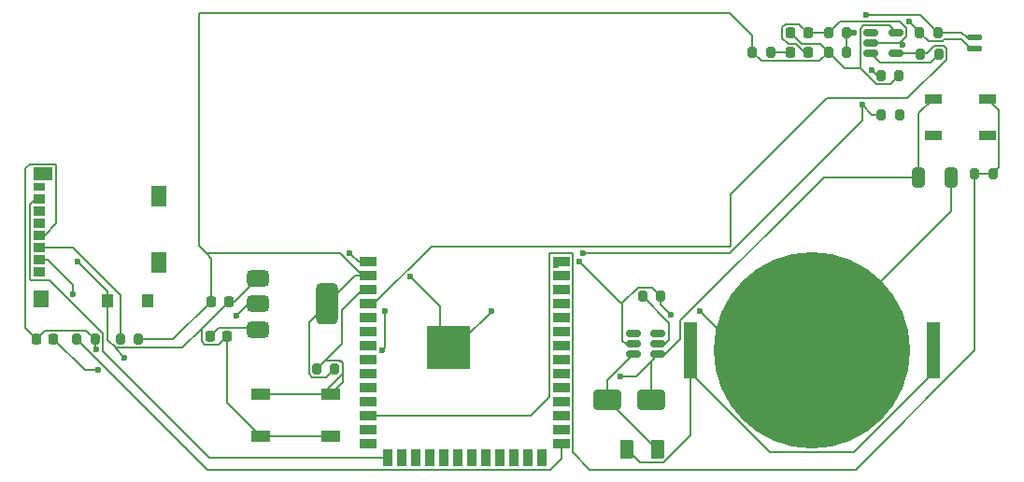
<source format=gbr>
%TF.GenerationSoftware,KiCad,Pcbnew,8.0.6*%
%TF.CreationDate,2025-05-20T21:00:01-04:00*%
%TF.ProjectId,aquasage,61717561-7361-4676-952e-6b696361645f,rev?*%
%TF.SameCoordinates,Original*%
%TF.FileFunction,Copper,L1,Top*%
%TF.FilePolarity,Positive*%
%FSLAX46Y46*%
G04 Gerber Fmt 4.6, Leading zero omitted, Abs format (unit mm)*
G04 Created by KiCad (PCBNEW 8.0.6) date 2025-05-20 21:00:01*
%MOMM*%
%LPD*%
G01*
G04 APERTURE LIST*
G04 Aperture macros list*
%AMRoundRect*
0 Rectangle with rounded corners*
0 $1 Rounding radius*
0 $2 $3 $4 $5 $6 $7 $8 $9 X,Y pos of 4 corners*
0 Add a 4 corners polygon primitive as box body*
4,1,4,$2,$3,$4,$5,$6,$7,$8,$9,$2,$3,0*
0 Add four circle primitives for the rounded corners*
1,1,$1+$1,$2,$3*
1,1,$1+$1,$4,$5*
1,1,$1+$1,$6,$7*
1,1,$1+$1,$8,$9*
0 Add four rect primitives between the rounded corners*
20,1,$1+$1,$2,$3,$4,$5,0*
20,1,$1+$1,$4,$5,$6,$7,0*
20,1,$1+$1,$6,$7,$8,$9,0*
20,1,$1+$1,$8,$9,$2,$3,0*%
G04 Aperture macros list end*
%TA.AperFunction,SMDPad,CuDef*%
%ADD10RoundRect,0.125000X-0.537500X-0.125000X0.537500X-0.125000X0.537500X0.125000X-0.537500X0.125000X0*%
%TD*%
%TA.AperFunction,SMDPad,CuDef*%
%ADD11RoundRect,0.150000X-0.512500X-0.150000X0.512500X-0.150000X0.512500X0.150000X-0.512500X0.150000X0*%
%TD*%
%TA.AperFunction,SMDPad,CuDef*%
%ADD12RoundRect,0.375000X-0.625000X-0.375000X0.625000X-0.375000X0.625000X0.375000X-0.625000X0.375000X0*%
%TD*%
%TA.AperFunction,SMDPad,CuDef*%
%ADD13RoundRect,0.500000X-0.500000X-1.400000X0.500000X-1.400000X0.500000X1.400000X-0.500000X1.400000X0*%
%TD*%
%TA.AperFunction,HeatsinkPad*%
%ADD14C,0.600000*%
%TD*%
%TA.AperFunction,SMDPad,CuDef*%
%ADD15R,3.900000X3.900000*%
%TD*%
%TA.AperFunction,SMDPad,CuDef*%
%ADD16R,1.500000X0.900000*%
%TD*%
%TA.AperFunction,SMDPad,CuDef*%
%ADD17R,0.900000X1.500000*%
%TD*%
%TA.AperFunction,SMDPad,CuDef*%
%ADD18RoundRect,0.200000X-0.200000X-0.275000X0.200000X-0.275000X0.200000X0.275000X-0.200000X0.275000X0*%
%TD*%
%TA.AperFunction,SMDPad,CuDef*%
%ADD19R,1.700000X1.000000*%
%TD*%
%TA.AperFunction,SMDPad,CuDef*%
%ADD20R,1.800000X1.170000*%
%TD*%
%TA.AperFunction,SMDPad,CuDef*%
%ADD21R,1.350000X1.900000*%
%TD*%
%TA.AperFunction,SMDPad,CuDef*%
%ADD22R,1.350000X1.550000*%
%TD*%
%TA.AperFunction,SMDPad,CuDef*%
%ADD23R,1.000000X1.200000*%
%TD*%
%TA.AperFunction,SMDPad,CuDef*%
%ADD24R,1.100000X0.750000*%
%TD*%
%TA.AperFunction,SMDPad,CuDef*%
%ADD25R,1.100000X0.850000*%
%TD*%
%TA.AperFunction,SMDPad,CuDef*%
%ADD26RoundRect,0.250000X-0.375000X-0.625000X0.375000X-0.625000X0.375000X0.625000X-0.375000X0.625000X0*%
%TD*%
%TA.AperFunction,SMDPad,CuDef*%
%ADD27RoundRect,0.250000X-1.000000X-0.650000X1.000000X-0.650000X1.000000X0.650000X-1.000000X0.650000X0*%
%TD*%
%TA.AperFunction,SMDPad,CuDef*%
%ADD28RoundRect,0.090000X-0.660000X-0.360000X0.660000X-0.360000X0.660000X0.360000X-0.660000X0.360000X0*%
%TD*%
%TA.AperFunction,SMDPad,CuDef*%
%ADD29RoundRect,0.218750X-0.218750X-0.256250X0.218750X-0.256250X0.218750X0.256250X-0.218750X0.256250X0*%
%TD*%
%TA.AperFunction,SMDPad,CuDef*%
%ADD30RoundRect,0.225000X-0.225000X-0.250000X0.225000X-0.250000X0.225000X0.250000X-0.225000X0.250000X0*%
%TD*%
%TA.AperFunction,SMDPad,CuDef*%
%ADD31RoundRect,0.250000X-0.325000X-0.650000X0.325000X-0.650000X0.325000X0.650000X-0.325000X0.650000X0*%
%TD*%
%TA.AperFunction,SMDPad,CuDef*%
%ADD32R,1.270000X5.080000*%
%TD*%
%TA.AperFunction,SMDPad,CuDef*%
%ADD33C,17.800000*%
%TD*%
%TA.AperFunction,ViaPad*%
%ADD34C,0.600000*%
%TD*%
%TA.AperFunction,Conductor*%
%ADD35C,0.200000*%
%TD*%
G04 APERTURE END LIST*
D10*
%TO.P,Q1,1,C*%
%TO.N,/+3.3V*%
X144836900Y-28441400D03*
%TO.P,Q1,2,E*%
%TO.N,/TURB_OUT*%
X144836900Y-29441400D03*
%TD*%
D11*
%TO.P,U4,6,STDBY*%
%TO.N,Net-(U4-PROG)*%
X116179600Y-56195000D03*
%TO.P,U4,1,~{CHRG}*%
%TO.N,unconnected-(U4-~{CHRG}-Pad1)*%
X113904600Y-55245000D03*
%TO.P,U4,2,GND*%
%TO.N,GND*%
X113904600Y-56195000D03*
%TO.P,U4,3,BAT*%
%TO.N,/VBAT*%
X113904600Y-57145000D03*
%TO.P,U4,4,V_{CC}*%
%TO.N,VCC*%
X116179600Y-57145000D03*
%TO.P,U4,5,STDBY*%
%TO.N,unconnected-(U4-STDBY-Pad5)*%
X116179600Y-55245000D03*
%TD*%
%TO.P,U3,1,+*%
%TO.N,Net-(U3-+)*%
X135449900Y-27956200D03*
%TO.P,U3,2,V-*%
%TO.N,GND*%
X135449900Y-28906200D03*
%TO.P,U3,3,-*%
%TO.N,/TDS_IN-*%
X135449900Y-29856200D03*
%TO.P,U3,4*%
%TO.N,/TDS_OUT*%
X137724900Y-29856200D03*
%TO.P,U3,5,V+*%
%TO.N,/+3.3V*%
X137724900Y-27956200D03*
%TD*%
D12*
%TO.P,U2,1,GND*%
%TO.N,GND*%
X79907600Y-50278000D03*
%TO.P,U2,2,VO*%
%TO.N,/+3.3V*%
X79907600Y-52578000D03*
D13*
X86207600Y-52578000D03*
D12*
%TO.P,U2,3,VI*%
%TO.N,VCC*%
X79907600Y-54878000D03*
%TD*%
D14*
%TO.P,U1,41,GND*%
%TO.N,GND*%
X98541200Y-57188000D03*
X98541200Y-55788000D03*
X97841200Y-57888000D03*
X97841200Y-56488000D03*
X97841200Y-55088000D03*
X97141200Y-57188000D03*
D15*
X97141200Y-56488000D03*
D14*
X97141200Y-55788000D03*
X96441200Y-57888000D03*
X96441200Y-56488000D03*
X96441200Y-55088000D03*
X95741200Y-57188000D03*
X95741200Y-55788000D03*
D16*
%TO.P,U1,40,GND*%
X107391200Y-48768000D03*
%TO.P,U1,39,IO1*%
%TO.N,/SD_CLK*%
X107391200Y-50038000D03*
%TO.P,U1,38,IO2*%
%TO.N,/SD_MOSI*%
X107391200Y-51308000D03*
%TO.P,U1,37,TXD0*%
%TO.N,unconnected-(U1-TXD0-Pad37)*%
X107391200Y-52578000D03*
%TO.P,U1,36,RXD0*%
%TO.N,unconnected-(U1-RXD0-Pad36)*%
X107391200Y-53848000D03*
%TO.P,U1,35,IO42*%
%TO.N,unconnected-(U1-IO42-Pad35)*%
X107391200Y-55118000D03*
%TO.P,U1,34,IO41*%
%TO.N,unconnected-(U1-IO41-Pad34)*%
X107391200Y-56388000D03*
%TO.P,U1,33,IO40*%
%TO.N,unconnected-(U1-IO40-Pad33)*%
X107391200Y-57658000D03*
%TO.P,U1,32,IO39*%
%TO.N,unconnected-(U1-IO39-Pad32)*%
X107391200Y-58928000D03*
%TO.P,U1,31,IO38*%
%TO.N,unconnected-(U1-IO38-Pad31)*%
X107391200Y-60198000D03*
%TO.P,U1,30,IO37*%
%TO.N,unconnected-(U1-IO37-Pad30)*%
X107391200Y-61468000D03*
%TO.P,U1,29,IO36*%
%TO.N,unconnected-(U1-IO36-Pad29)*%
X107391200Y-62738000D03*
%TO.P,U1,28,IO35*%
%TO.N,unconnected-(U1-IO35-Pad28)*%
X107391200Y-64008000D03*
%TO.P,U1,27,IO0*%
%TO.N,/SD_CS*%
X107391200Y-65278000D03*
D17*
%TO.P,U1,26,IO45*%
%TO.N,unconnected-(U1-IO45-Pad26)*%
X105626200Y-66528000D03*
%TO.P,U1,25,IO48*%
%TO.N,unconnected-(U1-IO48-Pad25)*%
X104356200Y-66528000D03*
%TO.P,U1,24,IO47*%
%TO.N,unconnected-(U1-IO47-Pad24)*%
X103086200Y-66528000D03*
%TO.P,U1,23,IO21*%
%TO.N,unconnected-(U1-IO21-Pad23)*%
X101816200Y-66528000D03*
%TO.P,U1,22,IO14*%
%TO.N,unconnected-(U1-IO14-Pad22)*%
X100546200Y-66528000D03*
%TO.P,U1,21,IO13*%
%TO.N,unconnected-(U1-IO13-Pad21)*%
X99276200Y-66528000D03*
%TO.P,U1,20,IO12*%
%TO.N,unconnected-(U1-IO12-Pad20)*%
X98006200Y-66528000D03*
%TO.P,U1,19,IO11*%
%TO.N,unconnected-(U1-IO11-Pad19)*%
X96736200Y-66528000D03*
%TO.P,U1,18,IO10*%
%TO.N,unconnected-(U1-IO10-Pad18)*%
X95466200Y-66528000D03*
%TO.P,U1,17,IO9*%
%TO.N,unconnected-(U1-IO9-Pad17)*%
X94196200Y-66528000D03*
%TO.P,U1,16,IO46*%
%TO.N,unconnected-(U1-IO46-Pad16)*%
X92926200Y-66528000D03*
%TO.P,U1,15,IO3*%
%TO.N,/SD_MISO*%
X91656200Y-66528000D03*
D16*
%TO.P,U1,14,IO20*%
%TO.N,unconnected-(U1-IO20-Pad14)*%
X89891200Y-65278000D03*
%TO.P,U1,13,IO19*%
%TO.N,unconnected-(U1-IO19-Pad13)*%
X89891200Y-64008000D03*
%TO.P,U1,12,IO8*%
%TO.N,/LED_DATA*%
X89891200Y-62738000D03*
%TO.P,U1,11,IO18*%
%TO.N,unconnected-(U1-IO18-Pad11)*%
X89891200Y-61468000D03*
%TO.P,U1,10,IO17*%
%TO.N,unconnected-(U1-IO17-Pad10)*%
X89891200Y-60198000D03*
%TO.P,U1,9,IO16*%
%TO.N,unconnected-(U1-IO16-Pad9)*%
X89891200Y-58928000D03*
%TO.P,U1,8,IO15*%
%TO.N,unconnected-(U1-IO15-Pad8)*%
X89891200Y-57658000D03*
%TO.P,U1,7,IO7*%
%TO.N,unconnected-(U1-IO7-Pad7)*%
X89891200Y-56388000D03*
%TO.P,U1,6,IO6*%
%TO.N,/THERM_OUT*%
X89891200Y-55118000D03*
%TO.P,U1,5,IO5*%
%TO.N,/TURB_OUT*%
X89891200Y-53848000D03*
%TO.P,U1,4,IO4*%
%TO.N,/TDS_OUT*%
X89891200Y-52578000D03*
%TO.P,U1,3,EN*%
%TO.N,/ESP_EN*%
X89891200Y-51308000D03*
%TO.P,U1,2,3V3*%
%TO.N,/+3.3V*%
X89891200Y-50038000D03*
%TO.P,U1,1,GND*%
%TO.N,GND*%
X89891200Y-48768000D03*
%TD*%
D18*
%TO.P,TH1,1*%
%TO.N,/THERM_OUT*%
X136397400Y-35459400D03*
%TO.P,TH1,2*%
%TO.N,GND*%
X138047400Y-35459400D03*
%TD*%
D19*
%TO.P,SW1,2,2*%
%TO.N,GND*%
X86487000Y-64582200D03*
X80187000Y-64582200D03*
%TO.P,SW1,1,1*%
%TO.N,/ESP_EN*%
X86487000Y-60782200D03*
X80187000Y-60782200D03*
%TD*%
D18*
%TO.P,R11,1*%
%TO.N,Net-(U4-PROG)*%
X114757200Y-51866800D03*
%TO.P,R11,2*%
%TO.N,GND*%
X116407200Y-51866800D03*
%TD*%
%TO.P,R10,1*%
%TO.N,/+3.3V*%
X124726600Y-29744400D03*
%TO.P,R10,2*%
%TO.N,Net-(D1-K)*%
X126376600Y-29744400D03*
%TD*%
%TO.P,R9,1*%
%TO.N,GND*%
X131622200Y-27991800D03*
%TO.P,R9,2*%
%TO.N,Net-(U3-+)*%
X133272200Y-27991800D03*
%TD*%
%TO.P,R8,1*%
%TO.N,/SD_MOSI*%
X67444800Y-55793000D03*
%TO.P,R8,2*%
%TO.N,/+3.3V*%
X69094800Y-55793000D03*
%TD*%
%TO.P,R7,1*%
%TO.N,/SD_CS*%
X63520000Y-55793000D03*
%TO.P,R7,2*%
%TO.N,/+3.3V*%
X65170000Y-55793000D03*
%TD*%
%TO.P,R6,1*%
%TO.N,/LED_DATA*%
X144869400Y-40741600D03*
%TO.P,R6,2*%
X146519400Y-40741600D03*
%TD*%
%TO.P,R5,1*%
%TO.N,/TURB_OUT*%
X139889400Y-27966400D03*
%TO.P,R5,2*%
%TO.N,/+3.3V*%
X141539400Y-27966400D03*
%TD*%
%TO.P,R4,2*%
%TO.N,/+3.3V*%
X138022000Y-31878000D03*
%TO.P,R4,1*%
%TO.N,/THERM_OUT*%
X136372000Y-31878000D03*
%TD*%
%TO.P,R3,1*%
%TO.N,/+3.3V*%
X131622200Y-29744400D03*
%TO.P,R3,2*%
%TO.N,Net-(U3-+)*%
X133272200Y-29744400D03*
%TD*%
%TO.P,R2,2*%
%TO.N,/TDS_IN-*%
X141603400Y-29947600D03*
%TO.P,R2,1*%
%TO.N,/TDS_OUT*%
X139953400Y-29947600D03*
%TD*%
%TO.P,R1,1*%
%TO.N,/ESP_EN*%
X85243400Y-58445400D03*
%TO.P,R1,2*%
%TO.N,/+3.3V*%
X86893400Y-58445400D03*
%TD*%
D20*
%TO.P,J1,11*%
%TO.N,N/C*%
X60452000Y-40792400D03*
D21*
X70927000Y-42817400D03*
X70927000Y-48787400D03*
D22*
X60227000Y-52112400D03*
D23*
%TO.P,J1,10*%
X69952000Y-52287400D03*
%TO.P,J1,9,SHIELD*%
%TO.N,GND*%
X66252000Y-52287400D03*
D24*
%TO.P,J1,8,DAT1*%
%TO.N,unconnected-(J1-DAT1-Pad8)*%
X60102000Y-42002400D03*
D25*
%TO.P,J1,7,DAT0*%
%TO.N,/SD_MISO*%
X60102000Y-43052400D03*
%TO.P,J1,6,VSS*%
%TO.N,GND*%
X60102000Y-44152400D03*
%TO.P,J1,5,CLK*%
%TO.N,/SD_CLK*%
X60102000Y-45252400D03*
%TO.P,J1,4,VDD*%
%TO.N,/+3.3V*%
X60102000Y-46352400D03*
%TO.P,J1,3,CMD*%
%TO.N,/SD_MOSI*%
X60102000Y-47452400D03*
%TO.P,J1,2,DAT3/CD*%
%TO.N,/SD_CS*%
X60102000Y-48552400D03*
%TO.P,J1,1,DAT2*%
%TO.N,unconnected-(J1-DAT2-Pad1)*%
X60102000Y-49652400D03*
%TD*%
D26*
%TO.P,F1,1*%
%TO.N,/VBAT_RAW*%
X113328800Y-65735200D03*
%TO.P,F1,2*%
%TO.N,/VBAT*%
X116128800Y-65735200D03*
%TD*%
D27*
%TO.P,D3,1,K*%
%TO.N,/VBAT*%
X111563400Y-61264800D03*
%TO.P,D3,2,A*%
%TO.N,VCC*%
X115563400Y-61264800D03*
%TD*%
D28*
%TO.P,D2,1,VDD*%
%TO.N,VCC*%
X141110800Y-33986200D03*
%TO.P,D2,2,DOUT*%
%TO.N,unconnected-(D2-DOUT-Pad2)*%
X141110800Y-37286200D03*
%TO.P,D2,3,VSS*%
%TO.N,GND*%
X146010800Y-37286200D03*
%TO.P,D2,4,DIN*%
%TO.N,/LED_DATA*%
X146010800Y-33986200D03*
%TD*%
D29*
%TO.P,D1,1,K*%
%TO.N,Net-(D1-K)*%
X128206400Y-29769800D03*
%TO.P,D1,2,A*%
%TO.N,GND*%
X129781400Y-29769800D03*
%TD*%
D30*
%TO.P,C6,1*%
%TO.N,/+3.3V*%
X59849400Y-55742200D03*
%TO.P,C6,2*%
%TO.N,GND*%
X61399400Y-55742200D03*
%TD*%
D31*
%TO.P,C5,1*%
%TO.N,VCC*%
X139799800Y-41122600D03*
%TO.P,C5,2*%
%TO.N,GND*%
X142749800Y-41122600D03*
%TD*%
D30*
%TO.P,C3,1*%
%TO.N,/+3.3V*%
X128192400Y-27966400D03*
%TO.P,C3,2*%
%TO.N,GND*%
X129742400Y-27966400D03*
%TD*%
%TO.P,C2,1*%
%TO.N,/+3.3V*%
X75716800Y-52374800D03*
%TO.P,C2,2*%
%TO.N,GND*%
X77266800Y-52374800D03*
%TD*%
%TO.P,C1,1*%
%TO.N,VCC*%
X75602800Y-55499000D03*
%TO.P,C1,2*%
%TO.N,GND*%
X77152800Y-55499000D03*
%TD*%
D32*
%TO.P,BT1,1,+*%
%TO.N,/VBAT_RAW*%
X119139200Y-56794400D03*
X141109200Y-56794400D03*
D33*
%TO.P,BT1,2,-*%
%TO.N,GND*%
X130124200Y-56794400D03*
%TD*%
D34*
%TO.N,/+3.3V*%
X65270000Y-56694472D03*
X69094800Y-55793000D03*
%TO.N,GND*%
X67843400Y-57480200D03*
X65440635Y-58562165D03*
%TO.N,/SD_CS*%
X63520000Y-55793000D03*
X63149565Y-51683835D03*
%TO.N,GND*%
X60102000Y-44152400D03*
X63592835Y-48776765D03*
%TO.N,/+3.3V*%
X75716800Y-52374800D03*
X77978000Y-53644800D03*
%TO.N,GND*%
X79907600Y-50278000D03*
X88239782Y-47978000D03*
X89891200Y-48768000D03*
X93729765Y-50117965D03*
X101034800Y-53248000D03*
X106941200Y-49087998D03*
%TO.N,/SD_MOSI*%
X91141202Y-56781300D03*
X67444800Y-55793000D03*
X106941200Y-51282600D03*
X91389200Y-53248000D03*
%TO.N,GND*%
X109041200Y-48742600D03*
X107391200Y-48768000D03*
%TO.N,VCC*%
X79907600Y-54878000D03*
X112733365Y-59164765D03*
%TO.N,GND*%
X119956665Y-53205465D03*
X117324041Y-53585111D03*
%TO.N,/THERM_OUT*%
X89891200Y-55118000D03*
X109372400Y-47978000D03*
%TO.N,GND*%
X142749800Y-41122600D03*
X146010800Y-37286200D03*
%TO.N,/THERM_OUT*%
X134656746Y-34555346D03*
X135514165Y-31389235D03*
%TO.N,GND*%
X138047400Y-35459400D03*
X138355128Y-29066883D03*
%TO.N,/TURB_OUT*%
X89891200Y-53848000D03*
X138955128Y-26956200D03*
%TO.N,/+3.3V*%
X137724900Y-27956200D03*
X135001000Y-26356200D03*
%TO.N,Net-(U3-+)*%
X135449900Y-27956200D03*
X133887400Y-27990800D03*
%TO.N,/SD_CLK*%
X106941200Y-49987200D03*
X60102000Y-45252400D03*
%TD*%
D35*
%TO.N,/TURB_OUT*%
X144524400Y-29441400D02*
X144836900Y-29441400D01*
X143699400Y-28616400D02*
X144524400Y-29441400D01*
%TO.N,/+3.3V*%
X144174400Y-28441400D02*
X144836900Y-28441400D01*
X143699400Y-27966400D02*
X144174400Y-28441400D01*
X65170000Y-56594472D02*
X65270000Y-56694472D01*
X65170000Y-55793000D02*
X65170000Y-56594472D01*
%TO.N,GND*%
X67007400Y-56644200D02*
X67007400Y-56568000D01*
X67843400Y-57480200D02*
X67007400Y-56644200D01*
X64219365Y-58562165D02*
X65440635Y-58562165D01*
X61399400Y-55742200D02*
X64219365Y-58562165D01*
%TO.N,/+3.3V*%
X64344200Y-54967200D02*
X65170000Y-55793000D01*
X60624400Y-54967200D02*
X64344200Y-54967200D01*
X59849400Y-55742200D02*
X60624400Y-54967200D01*
%TO.N,/SD_CS*%
X63149565Y-50849965D02*
X63149565Y-51683835D01*
X60102000Y-48552400D02*
X60852000Y-48552400D01*
X60852000Y-48552400D02*
X63149565Y-50849965D01*
%TO.N,/+3.3V*%
X60577000Y-46352400D02*
X60102000Y-46352400D01*
X61652000Y-39907400D02*
X61652000Y-45277400D01*
X59252000Y-39907400D02*
X61652000Y-39907400D01*
X58852000Y-40307400D02*
X59252000Y-39907400D01*
X61652000Y-45277400D02*
X60577000Y-46352400D01*
X58852000Y-54744800D02*
X58852000Y-40307400D01*
X59849400Y-55742200D02*
X58852000Y-54744800D01*
%TO.N,GND*%
X66252000Y-51435930D02*
X63592835Y-48776765D01*
X66252000Y-52287400D02*
X66252000Y-51435930D01*
%TO.N,/SD_MOSI*%
X63117000Y-47452400D02*
X60102000Y-47452400D01*
X67444800Y-51780200D02*
X63117000Y-47452400D01*
X67444800Y-55793000D02*
X67444800Y-51780200D01*
%TO.N,GND*%
X66270000Y-52305400D02*
X66252000Y-52287400D01*
X67007400Y-56568000D02*
X66270000Y-55830600D01*
X73073600Y-56568000D02*
X67007400Y-56568000D01*
X74803000Y-54838600D02*
X73073600Y-56568000D01*
X66270000Y-55830600D02*
X66270000Y-52305400D01*
%TO.N,/+3.3V*%
X72223000Y-55793000D02*
X69094800Y-55793000D01*
X75641200Y-52374800D02*
X72223000Y-55793000D01*
X75716800Y-52374800D02*
X75641200Y-52374800D01*
X79044800Y-52578000D02*
X77978000Y-53644800D01*
X79907600Y-52578000D02*
X79044800Y-52578000D01*
X75716800Y-48495022D02*
X75239778Y-48018000D01*
X75716800Y-52374800D02*
X75716800Y-48495022D01*
%TO.N,GND*%
X77810800Y-52374800D02*
X79907600Y-50278000D01*
X77266800Y-52374800D02*
X77810800Y-52374800D01*
X74803000Y-55956200D02*
X74803000Y-54838600D01*
X74803000Y-54838600D02*
X77266800Y-52374800D01*
X76377800Y-56274000D02*
X75120800Y-56274000D01*
X77152800Y-55499000D02*
X76377800Y-56274000D01*
X75120800Y-56274000D02*
X74803000Y-55956200D01*
%TO.N,VCC*%
X79384800Y-54724000D02*
X76377800Y-54724000D01*
X76377800Y-54724000D02*
X75602800Y-55499000D01*
X79538800Y-54878000D02*
X79384800Y-54724000D01*
X79907600Y-54878000D02*
X79538800Y-54878000D01*
%TO.N,GND*%
X77152800Y-61548000D02*
X77152800Y-55499000D01*
X80187000Y-64582200D02*
X77152800Y-61548000D01*
X80187000Y-64582200D02*
X86487000Y-64582200D01*
%TO.N,/ESP_EN*%
X86018400Y-57670400D02*
X85243400Y-58445400D01*
X87306048Y-57670400D02*
X86018400Y-57670400D01*
X87593400Y-57957752D02*
X87306048Y-57670400D01*
X87593400Y-58933048D02*
X87593400Y-57957752D01*
X85744248Y-60782200D02*
X87593400Y-58933048D01*
X80187000Y-60782200D02*
X85744248Y-60782200D01*
X87363000Y-57670400D02*
X86018400Y-57670400D01*
X87593400Y-59675800D02*
X87593400Y-57900800D01*
X86487000Y-60782200D02*
X87593400Y-59675800D01*
X87593400Y-57900800D02*
X87363000Y-57670400D01*
%TO.N,/+3.3V*%
X84830752Y-59220400D02*
X86118400Y-59220400D01*
X84543400Y-58933048D02*
X84830752Y-59220400D01*
X84543400Y-54242200D02*
X84543400Y-58933048D01*
X86118400Y-59220400D02*
X86893400Y-58445400D01*
X86207600Y-52578000D02*
X84543400Y-54242200D01*
%TO.N,GND*%
X89029782Y-48768000D02*
X88239782Y-47978000D01*
X89891200Y-48768000D02*
X89029782Y-48768000D01*
%TO.N,/+3.3V*%
X88747600Y-50038000D02*
X86207600Y-52578000D01*
X89891200Y-50038000D02*
X88747600Y-50038000D01*
%TO.N,/ESP_EN*%
X87507600Y-53161600D02*
X87507600Y-56181200D01*
X89361200Y-51308000D02*
X87507600Y-53161600D01*
X89891200Y-51308000D02*
X89361200Y-51308000D01*
X87507600Y-56181200D02*
X85243400Y-58445400D01*
%TO.N,/SD_MISO*%
X59797600Y-43052400D02*
X60102000Y-43052400D01*
X59252000Y-43598000D02*
X59797600Y-43052400D01*
X59293600Y-50419000D02*
X59252000Y-50377400D01*
X61036200Y-50419000D02*
X59293600Y-50419000D01*
X65870000Y-55252800D02*
X61036200Y-50419000D01*
X65870000Y-56855352D02*
X65870000Y-55252800D01*
X75542648Y-66528000D02*
X65870000Y-56855352D01*
X59252000Y-50377400D02*
X59252000Y-43598000D01*
X91656200Y-66528000D02*
X75542648Y-66528000D01*
%TO.N,/SD_CS*%
X75305000Y-67578000D02*
X63520000Y-55793000D01*
X106376200Y-67578000D02*
X75305000Y-67578000D01*
X107391200Y-65278000D02*
X107391200Y-66563000D01*
X107391200Y-66563000D02*
X106376200Y-67578000D01*
%TO.N,GND*%
X96441200Y-52829400D02*
X93729765Y-50117965D01*
X96441200Y-55088000D02*
X96441200Y-52829400D01*
X101034800Y-53248000D02*
X101034800Y-53294400D01*
X101034800Y-53294400D02*
X98541200Y-55788000D01*
X107261198Y-48768000D02*
X106941200Y-49087998D01*
X107391200Y-48768000D02*
X107261198Y-48768000D01*
%TO.N,/SD_MOSI*%
X91389200Y-56533302D02*
X91141202Y-56781300D01*
X91389200Y-53248000D02*
X91389200Y-56533302D01*
X106966600Y-51308000D02*
X106941200Y-51282600D01*
X107391200Y-51308000D02*
X106966600Y-51308000D01*
%TO.N,GND*%
X112792852Y-52494252D02*
X109041200Y-48742600D01*
X112942100Y-52494252D02*
X112792852Y-52494252D01*
%TO.N,VCC*%
X114159835Y-59164765D02*
X112733365Y-59164765D01*
X115563400Y-57761200D02*
X114159835Y-59164765D01*
%TO.N,GND*%
X123545600Y-56794400D02*
X119956665Y-53205465D01*
X116407200Y-52668270D02*
X116407200Y-51866800D01*
X130124200Y-56794400D02*
X123545600Y-56794400D01*
X117324041Y-53585111D02*
X116407200Y-52668270D01*
%TO.N,/THERM_OUT*%
X122648308Y-47978000D02*
X109372400Y-47978000D01*
X134656746Y-35969562D02*
X122648308Y-47978000D01*
X134656746Y-34555346D02*
X134656746Y-35969562D01*
%TO.N,/+3.3V*%
X89361200Y-50038000D02*
X89891200Y-50038000D01*
X87341200Y-48018000D02*
X89361200Y-50038000D01*
X75239778Y-48018000D02*
X87341200Y-48018000D01*
X74541200Y-47319422D02*
X75239778Y-48018000D01*
X74541200Y-26236578D02*
X74541200Y-47319422D01*
X74599778Y-26178000D02*
X74541200Y-26236578D01*
X122682622Y-26178000D02*
X74599778Y-26178000D01*
X124726600Y-28221978D02*
X122682622Y-26178000D01*
X124726600Y-29744400D02*
X124726600Y-28221978D01*
%TO.N,/TDS_OUT*%
X90421200Y-52578000D02*
X89891200Y-52578000D01*
X95621200Y-47378000D02*
X90421200Y-52578000D01*
X122682622Y-47378000D02*
X95621200Y-47378000D01*
X122741200Y-47319422D02*
X122682622Y-47378000D01*
X122741200Y-42663600D02*
X122741200Y-47319422D01*
X138783302Y-33955346D02*
X131449454Y-33955346D01*
X142303400Y-30435248D02*
X138783302Y-33955346D01*
X142303400Y-29459952D02*
X142303400Y-30435248D01*
X131449454Y-33955346D02*
X122741200Y-42663600D01*
X142016048Y-29172600D02*
X142303400Y-29459952D01*
X141190752Y-29172600D02*
X142016048Y-29172600D01*
X140507152Y-29856200D02*
X141190752Y-29172600D01*
X137724900Y-29856200D02*
X140507152Y-29856200D01*
X137724900Y-29856200D02*
X139862000Y-29856200D01*
X139862000Y-29856200D02*
X139953400Y-29947600D01*
%TO.N,/LED_DATA*%
X104641200Y-62738000D02*
X89891200Y-62738000D01*
X106341200Y-61038000D02*
X104641200Y-62738000D01*
X106341200Y-48018000D02*
X106341200Y-61038000D01*
X108441200Y-66028000D02*
X108441200Y-48018000D01*
X109991200Y-67578000D02*
X108441200Y-66028000D01*
X134100600Y-67578000D02*
X109991200Y-67578000D01*
X144869400Y-56809200D02*
X134100600Y-67578000D01*
X108441200Y-48018000D02*
X106341200Y-48018000D01*
X144869400Y-40741600D02*
X144869400Y-56809200D01*
%TO.N,VCC*%
X131191000Y-41122600D02*
X139799800Y-41122600D01*
X118204200Y-54109400D02*
X131191000Y-41122600D01*
X118204200Y-55782899D02*
X118204200Y-54109400D01*
X116179600Y-57145000D02*
X116842099Y-57145000D01*
X116842099Y-57145000D02*
X118204200Y-55782899D01*
%TO.N,GND*%
X115632200Y-51091800D02*
X116407200Y-51866800D01*
X112942100Y-52494252D02*
X114344552Y-51091800D01*
X114344552Y-51091800D02*
X115632200Y-51091800D01*
X112942100Y-55894999D02*
X112942100Y-52494252D01*
X113904600Y-56195000D02*
X113242101Y-56195000D01*
X113242101Y-56195000D02*
X112942100Y-55894999D01*
%TO.N,Net-(U4-PROG)*%
X117195600Y-55841499D02*
X117195600Y-54305200D01*
X117195600Y-54305200D02*
X114757200Y-51866800D01*
X116179600Y-56195000D02*
X116842099Y-56195000D01*
X116842099Y-56195000D02*
X117195600Y-55841499D01*
%TO.N,VCC*%
X115563400Y-57761200D02*
X116179600Y-57145000D01*
X115563400Y-61264800D02*
X115563400Y-57761200D01*
%TO.N,/VBAT*%
X111563400Y-59486200D02*
X113904600Y-57145000D01*
X111563400Y-61264800D02*
X111563400Y-59486200D01*
X116033800Y-65735200D02*
X111563400Y-61264800D01*
X116128800Y-65735200D02*
X116033800Y-65735200D01*
%TO.N,/VBAT_RAW*%
X114573400Y-66979800D02*
X113328800Y-65735200D01*
X116668944Y-66979800D02*
X114573400Y-66979800D01*
X119139200Y-64509544D02*
X116668944Y-66979800D01*
X119139200Y-56794400D02*
X119139200Y-64509544D01*
X119139200Y-58820165D02*
X119139200Y-56794400D01*
X133934965Y-65994400D02*
X126313435Y-65994400D01*
X126313435Y-65994400D02*
X119139200Y-58820165D01*
X141109200Y-56794400D02*
X141109200Y-58820165D01*
X141109200Y-58820165D02*
X133934965Y-65994400D01*
%TO.N,GND*%
X142749800Y-44168800D02*
X130124200Y-56794400D01*
X142749800Y-41122600D02*
X142749800Y-44168800D01*
%TO.N,VCC*%
X139799800Y-35297200D02*
X139799800Y-41122600D01*
X141110800Y-33986200D02*
X139799800Y-35297200D01*
%TO.N,/LED_DATA*%
X146519400Y-40741600D02*
X144869400Y-40741600D01*
X147060800Y-40200200D02*
X146519400Y-40741600D01*
X147060800Y-35036200D02*
X147060800Y-40200200D01*
X146010800Y-33986200D02*
X147060800Y-35036200D01*
%TO.N,/THERM_OUT*%
X135560800Y-35459400D02*
X136397400Y-35459400D01*
X134656746Y-34555346D02*
X135560800Y-35459400D01*
X136002930Y-31878000D02*
X135514165Y-31389235D01*
X136372000Y-31878000D02*
X136002930Y-31878000D01*
%TO.N,GND*%
X138194445Y-28906200D02*
X138355128Y-29066883D01*
X138077952Y-28906200D02*
X138194445Y-28906200D01*
%TO.N,/TURB_OUT*%
X139889400Y-27890472D02*
X138955128Y-26956200D01*
X139889400Y-27966400D02*
X139889400Y-27890472D01*
%TO.N,/+3.3V*%
X139929200Y-26356200D02*
X135001000Y-26356200D01*
X141539400Y-27966400D02*
X139929200Y-26356200D01*
%TO.N,Net-(U3-+)*%
X133886400Y-27991800D02*
X133887400Y-27990800D01*
X133272200Y-27991800D02*
X133886400Y-27991800D01*
%TO.N,/+3.3V*%
X133088800Y-31211000D02*
X134487400Y-31211000D01*
X131622200Y-29744400D02*
X133088800Y-31211000D01*
X130821800Y-30544800D02*
X125527000Y-30544800D01*
X131622200Y-29744400D02*
X130821800Y-30544800D01*
X125527000Y-30544800D02*
X124726600Y-29744400D01*
%TO.N,Net-(D1-K)*%
X126402000Y-29769800D02*
X126376600Y-29744400D01*
X128206400Y-29769800D02*
X126402000Y-29769800D01*
%TO.N,GND*%
X128655114Y-28994800D02*
X129430114Y-29769800D01*
X127431800Y-28461400D02*
X127965200Y-28994800D01*
X129430114Y-29769800D02*
X129781400Y-29769800D01*
X127431800Y-27482800D02*
X127431800Y-28461400D01*
X128967400Y-27191400D02*
X127723200Y-27191400D01*
X127723200Y-27191400D02*
X127431800Y-27482800D01*
X129742400Y-27966400D02*
X128967400Y-27191400D01*
X127965200Y-28994800D02*
X128655114Y-28994800D01*
X129767800Y-27991800D02*
X129742400Y-27966400D01*
X131622200Y-27991800D02*
X129767800Y-27991800D01*
%TO.N,/+3.3V*%
X130872600Y-28994800D02*
X129220800Y-28994800D01*
X131622200Y-29744400D02*
X130872600Y-28994800D01*
%TO.N,Net-(U3-+)*%
X133272200Y-27991800D02*
X133272200Y-29744400D01*
%TO.N,GND*%
X132657800Y-26956200D02*
X131622200Y-27991800D01*
X138687400Y-27537000D02*
X138106600Y-26956200D01*
X138077952Y-28906200D02*
X138687400Y-28296752D01*
X135449900Y-28906200D02*
X138077952Y-28906200D01*
X138687400Y-28296752D02*
X138687400Y-27537000D01*
X138106600Y-26956200D02*
X132657800Y-26956200D01*
%TO.N,/+3.3V*%
X137124900Y-27356200D02*
X137724900Y-27956200D01*
X134746600Y-27356200D02*
X137124900Y-27356200D01*
X134487400Y-27615400D02*
X134746600Y-27356200D01*
X134487400Y-31211000D02*
X134487400Y-27615400D01*
X137247000Y-32653000D02*
X135929400Y-32653000D01*
X135929400Y-32653000D02*
X134487400Y-31211000D01*
X138022000Y-31878000D02*
X137247000Y-32653000D01*
%TO.N,/TDS_IN-*%
X136316300Y-30722600D02*
X135449900Y-29856200D01*
X140828400Y-30722600D02*
X136316300Y-30722600D01*
X141603400Y-29947600D02*
X140828400Y-30722600D01*
%TO.N,/TURB_OUT*%
X140664400Y-28741400D02*
X139889400Y-27966400D01*
X141952048Y-28741400D02*
X140664400Y-28741400D01*
X142077048Y-28616400D02*
X141952048Y-28741400D01*
X143699400Y-28616400D02*
X142077048Y-28616400D01*
%TO.N,/+3.3V*%
X143699400Y-27966400D02*
X141539400Y-27966400D01*
X129220800Y-28994800D02*
X128192400Y-27966400D01*
%TO.N,/SD_CLK*%
X107391200Y-50038000D02*
X106992000Y-50038000D01*
X106992000Y-50038000D02*
X106941200Y-49987200D01*
%TD*%
M02*

</source>
